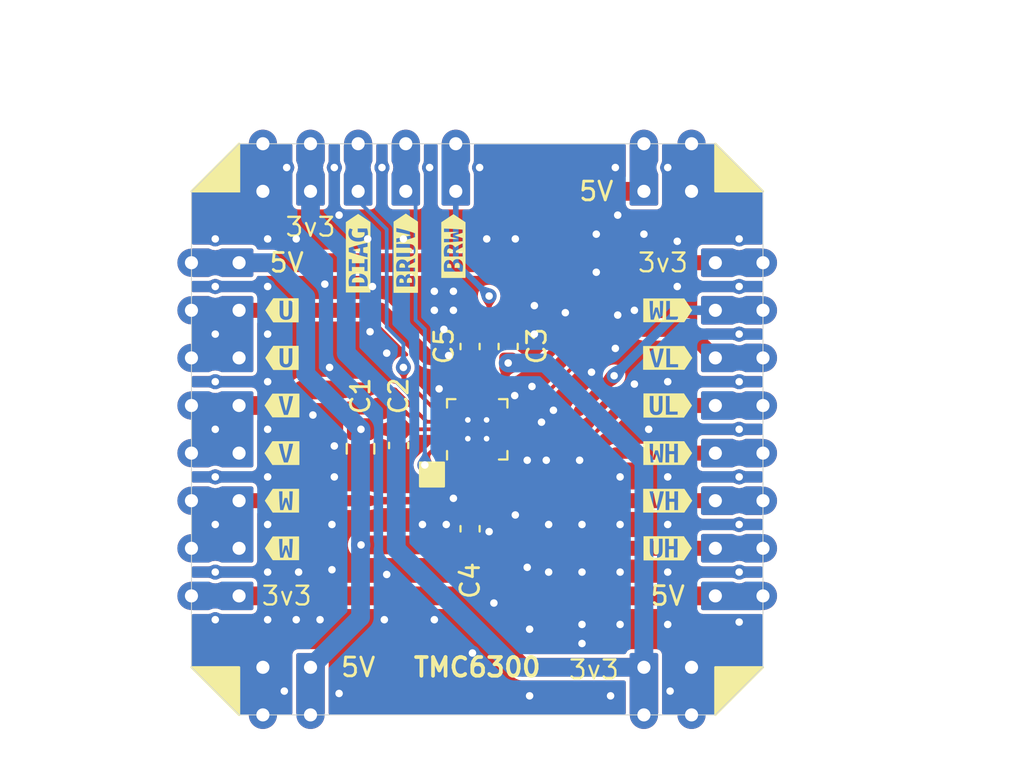
<source format=kicad_pcb>
(kicad_pcb (version 20240108) (generator "pcbnew") (generator_version "8.0")
  (layers (0 "F.Cu" signal) (31 "B.Cu" signal) (34 "B.Paste" user) (35 "F.Paste" user) (36 "B.SilkS" user "B.Silkscreen") (37 "F.SilkS" user "F.Silkscreen") (38 "B.Mask" user) (39 "F.Mask" user) (44 "Edge.Cuts" user))
  (property "COMMIT_DATE_LONG" "YYYY-MM-DD HH:MM:SS TZ")
  (property "COMMIT_HASH" "deadbeef")
  (property "RELEASE_VERSION" "v#.#")
  (net 0 "")
  (net 1 "GND")
  (net 2 "/TMC_UH")
  (net 3 "/TMC_VH")
  (net 4 "/TMC_WH")
  (net 5 "/TMC_UL")
  (net 6 "/TMC_WL")
  (net 7 "/TMC_VL")
  (net 8 "/TMC_DIAG")
  (net 9 "+5V")
  (net 10 "+3V3")
  (net 11 "Net-(IC1-VCP)")
  (net 12 "Net-(IC1-1V8OUT)")
  (net 13 "Net-(IC1-V)")
  (net 14 "Net-(IC1-U)")
  (net 16 "Net-(IC1-W)")
  (net 17 "Net-(IC1-BRW)")
  (net 18 "Net-(IC1-BRUV)")
  (footprint "Library:kawashima_TestPoint_THTPad_D1.5mm_Drill0.7mm" (layer "F.Cu") (at 120.65 109.22)
    (property "Reference" "TP1" (hide yes))
    (property "Value" "TestPoint" (hide yes))
  )
  (footprint "Library:kawashima_TestPoint_THTPad_D1.5mm_Drill0.7mm" (layer "F.Cu") (at 114.3 130.81)
    (property "Reference" "W2" (hide yes))
    (property "Value" "W" (hide yes))
  )
  (footprint "Library:kawashima_TestPoint_THTPad_D1.5mm_Drill0.7mm" (layer "F.Cu") (at 139.7 123.19)
    (property "Reference" "UL2" (hide yes))
    (property "Value" "TestPoint" (hide yes))
  )
  (footprint "Library:kawashima_TestPoint_THTPad_D1.5mm_Drill0.7mm" (layer "F.Cu") (at 142.24 130.81)
    (property "Reference" "UH1" (hide yes))
    (property "Value" "TestPoint" (hide yes))
  )
  (footprint "kibuzzard-6702206A" (layer "F.Cu") (at 137.16 118.11)
    (property "Reference" "kibuzzard-6702206A" (hide yes))
    (property "Value" "G***" (hide yes))
  )
  (footprint "kibuzzard-67022043" (layer "F.Cu") (at 137.16 125.73)
    (property "Reference" "kibuzzard-67022043" (hide yes))
    (property "Value" "G***" (hide yes))
  )
  (footprint "Library:kawashima_TestPoint_THTPad_D1.5mm_Drill0.7mm" (layer "F.Cu") (at 114.3 120.65)
    (property "Reference" "U2" (hide yes))
    (property "Value" "U" (hide yes))
  )
  (footprint "Library:kawashima_TestPoint_THTPad_D1.5mm_Drill0.7mm" (layer "F.Cu") (at 135.89 139.7)
    (property "Reference" "3V3" (hide yes))
    (property "Value" "TestPoint" (hide yes))
  )
  (footprint "Library:kawashima_TestPoint_THTPad_D1.5mm_Drill0.7mm" (layer "F.Cu") (at 114.3 128.27)
    (property "Reference" "W4" (hide yes))
    (property "Value" "W" (hide yes))
  )
  (footprint "kibuzzard-67022038" (layer "F.Cu") (at 137.16 128.27)
    (property "Reference" "kibuzzard-67022038" (hide yes))
    (property "Value" "G***" (hide yes))
  )
  (footprint "Library:kawashima_TestPoint_THTPad_D1.5mm_Drill0.7mm" (layer "F.Cu") (at 142.24 115.57)
    (property "Reference" "3V4" (hide yes))
    (property "Value" "TestPoint" (hide yes))
  )
  (footprint "Library:kawashima_TestPoint_THTPad_D1.5mm_Drill0.7mm" (layer "F.Cu") (at 111.76 123.19)
    (property "Reference" "V1" (hide yes))
    (property "Value" "V" (hide yes))
  )
  (footprint "Library:kawashima_TestPoint_THTPad_D1.5mm_Drill0.7mm" (layer "F.Cu") (at 142.24 118.11)
    (property "Reference" "WL1" (hide yes))
    (property "Value" "TestPoint" (hide yes))
  )
  (footprint "Library:kawashima_TestPoint_THTPad_D1.5mm_Drill0.7mm" (layer "F.Cu") (at 142.24 120.65)
    (property "Reference" "VL1" (hide yes))
    (property "Value" "TestPoint" (hide yes))
  )
  (footprint "Library:kawashima_TestPoint_THTPad_D1.5mm_Drill0.7mm" (layer "F.Cu") (at 115.57 111.76)
    (property "Reference" "GND6" (hide yes))
    (property "Value" "TestPoint" (hide yes))
  )
  (footprint "Library:kawashima_TestPoint_THTPad_D1.5mm_Drill0.7mm" (layer "F.Cu") (at 111.76 130.81)
    (property "Reference" "W1" (hide yes))
    (property "Value" "W" (hide yes))
  )
  (footprint "Library:kawashima_TestPoint_THTPad_D1.5mm_Drill0.7mm" (layer "F.Cu") (at 138.43 109.22)
    (property "Reference" "GND7" (hide yes))
    (property "Value" "TestPoint" (hide yes))
  )
  (footprint "Library:kawashima_TestPoint_THTPad_D1.5mm_Drill0.7mm" (layer "F.Cu") (at 142.24 125.73)
    (property "Reference" "WH1" (hide yes))
    (property "Value" "TestPoint" (hide yes))
  )
  (footprint "Library:kawashima_TestPoint_THTPad_D1.5mm_Drill0.7mm" (layer "F.Cu") (at 114.3 123.19)
    (property "Reference" "V2" (hide yes))
    (property "Value" "V" (hide yes))
  )
  (footprint "Library:kawashima_TestPoint_THTPad_D1.5mm_Drill0.7mm" (layer "F.Cu") (at 139.7 130.81)
    (property "Reference" "UH2" (hide yes))
    (property "Value" "TestPoint" (hide yes))
  )
  (footprint "Library:kawashima_TestPoint_THTPad_D1.5mm_Drill0.7mm" (layer "F.Cu") (at 139.7 125.73)
    (property "Reference" "WH2" (hide yes))
    (property "Value" "TestPoint" (hide yes))
  )
  (footprint "Library:kawashima_TestPoint_THTPad_D1.5mm_Drill0.7mm" (layer "F.Cu") (at 114.3 118.11)
    (property "Reference" "U4" (hide yes))
    (property "Value" "U" (hide yes))
  )
  (footprint "Library:kawashima_TestPoint_THTPad_D1.5mm_Drill0.7mm" (layer "F.Cu") (at 138.43 139.7)
    (property "Reference" "GND1" (hide yes))
    (property "Value" "TestPoint" (hide yes))
  )
  (footprint "Library:kawashima_TestPoint_THTPad_D1.5mm_Drill0.7mm" (layer "F.Cu") (at 114.3 133.35)
    (property "Reference" "3V6" (hide yes))
    (property "Value" "TestPoint" (hide yes))
  )
  (footprint "Library:kawashima_TestPoint_THTPad_D1.5mm_Drill0.7mm" (layer "F.Cu") (at 111.76 128.27)
    (property "Reference" "W3" (hide yes))
    (property "Value" "W" (hide yes))
  )
  (footprint "Library:kawashima_TestPoint_THTPad_D1.5mm_Drill0.7mm" (layer "F.Cu") (at 139.7 128.27)
    (property "Reference" "VH2" (hide yes))
    (property "Value" "TestPoint" (hide yes))
  )
  (footprint "Library:kawashima_TestPoint_THTPad_D1.5mm_Drill0.7mm" (layer "F.Cu") (at 139.7 120.65)
    (property "Reference" "VL2" (hide yes))
    (property "Value" "TestPoint" (hide yes))
  )
  (footprint "Library:kawashima_TestPoint_THTPad_D1.5mm_Drill0.7mm" (layer "F.Cu") (at 120.65 111.76)
    (property "Reference" "TP3" (hide yes))
    (property "Value" "TestPoint" (hide yes))
  )
  (footprint "Capacitor_SMD:C_0603_1608Metric_Pad1.08x0.95mm_HandSolder" (layer "F.Cu") (at 126.619 129.7675 90)
    (property "Reference" "C4")
    (property "Value" "0.1uF")
  )
  (footprint "Library:kawashima_TestPoint_THTPad_D1.5mm_Drill0.7mm" (layer "F.Cu") (at 135.89 109.22)
    (property "Reference" "5V2" (hide yes))
    (property "Value" "TestPoint" (hide yes))
  )
  (footprint "kibuzzard-6701E87B" (layer "F.Cu") (at 116.586 123.19)
    (property "Reference" "kibuzzard-6701E87B" (hide yes))
    (property "Value" "G***" (hide yes))
  )
  (footprint "Library:kawashima_TestPoint_THTPad_D1.5mm_Drill0.7mm" (layer "F.Cu") (at 125.857 111.76)
    (property "Reference" "TMC_DIAG2" (hide yes))
    (property "Value" "TestPoint" (hide yes))
  )
  (footprint "Capacitor_SMD:C_0603_1608Metric_Pad1.08x0.95mm_HandSolder" (layer "F.Cu") (at 126.619 120.0415 90)
    (property "Reference" "C5")
    (property "Value" "0.1uF")
  )
  (footprint "kibuzzard-67032626" (layer "F.Cu") (at 125.73 114.681 90)
    (property "Reference" "kibuzzard-67032626" (hide yes))
    (property "Value" "G***" (hide yes))
  )
  (footprint "Library:kawashima_TestPoint_THTPad_D1.5mm_Drill0.7mm" (layer "F.Cu") (at 111.76 118.11)
    (property "Reference" "U3" (hide yes))
    (property "Value" "U" (hide yes))
  )
  (footprint "kibuzzard-6702204D" (layer "F.Cu") (at 137.16 123.19)
    (property "Reference" "kibuzzard-6702204D" (hide yes))
    (property "Value" "G***" (hide yes))
  )
  (footprint "Library:kawashima_TestPoint_THTPad_D1.5mm_Drill0.7mm" (layer "F.Cu") (at 142.24 133.35)
    (property "Reference" "5V3" (hide yes))
    (property "Value" "TestPoint" (hide yes))
  )
  (footprint "Library:kawashima_TestPoint_THTPad_D1.5mm_Drill0.7mm" (layer "F.Cu") (at 111.76 115.57)
    (property "Reference" "5V1" (hide yes))
    (property "Value" "TestPoint" (hide yes))
  )
  (footprint "Library:kawashima_TestPoint_THTPad_D1.5mm_Drill0.7mm" (layer "F.Cu") (at 114.3 125.73)
    (property "Reference" "V4" (hide yes))
    (property "Value" "V" (hide yes))
  )
  (footprint "Capacitor_SMD:C_0603_1608Metric_Pad1.08x0.95mm_HandSolder" (layer "F.Cu") (at 128.651 120.0415 90)
    (property "Reference" "C3")
    (property "Value" "0.1uF")
  )
  (footprint "Library:kawashima_TestPoint_THTPad_D1.5mm_Drill0.7mm" (layer "F.Cu") (at 139.7 115.57)
    (property "Reference" "3V8" (hide yes))
    (property "Value" "TestPoint" (hide yes))
  )
  (footprint "kibuzzard-6702202C" (layer "F.Cu") (at 137.16 130.81)
    (property "Reference" "kibuzzard-6702202C" (hide yes))
    (property "Value" "G***" (hide yes))
  )
  (footprint "Modified:QFN-20-1EP_3x3mm_P0.4mm_EP1.65x1.65mm_ThermalVias_LargerViaHoles" (layer "F.Cu") (at 127 124.46 90)
    (property "Reference" "IC1" (hide yes))
    (property "Value" "TMC6300" (hide yes))
  )
  (footprint "Library:kawashima_TestPoint_THTPad_D1.5mm_Drill0.7mm" (layer "F.Cu") (at 115.57 109.22)
    (property "Reference" "GND5" (hide yes))
    (property "Value" "TestPoint" (hide yes))
  )
  (footprint "Library:kawashima_TestPoint_THTPad_D1.5mm_Drill0.7mm" (layer "F.Cu") (at 138.43 111.76)
    (property "Reference" "GND8" (hide yes))
    (property "Value" "TestPoint" (hide yes))
  )
  (footprint "kibuzzard-6701E882" (layer "F.Cu") (at 116.586 130.81)
    (property "Reference" "kibuzzard-6701E882" (hide yes))
    (property "Value" "G***" (hide yes))
  )
  (footprint "Library:kawashima_TestPoint_THTPad_D1.5mm_Drill0.7mm" (layer "F.Cu") (at 139.7 133.35)
    (property "Reference" "5V8" (hide yes))
    (property "Value" "TestPoint" (hide yes))
  )
  (footprint "Library:kawashima_TestPoint_THTPad_D1.5mm_Drill0.7mm" (layer "F.Cu") (at 111.76 125.73)
    (property "Reference" "V3" (hide yes))
    (property "Value" "V" (hide yes))
  )
  (footprint "kibuzzard-67022085" (layer "F.Cu") (at 137.16 120.65)
    (property "Reference" "kibuzzard-67022085" (hide yes))
    (property "Value" "G***" (hide yes))
  )
  (footprint "Library:kawashima_TestPoint_THTPad_D1.5mm_Drill0.7mm" (layer "F.Cu") (at 118.11 111.76)
    (property "Reference" "3V7" (hide yes))
    (property "Value" "TestPoint" (hide yes))
  )
  (footprint "Library:kawashima_TestPoint_THTPad_D1.5mm_Drill0.7mm" (layer "F.Cu") (at 142.24 128.27)
    (property "Reference" "VH1" (hide yes))
    (property "Value" "TestPoint" (hide yes))
  )
  (footprint "Library:kawashima_TestPoint_THTPad_D1.5mm_Drill0.7mm" (layer "F.Cu") (at 115.57 139.7)
    (property "Reference" "GND4" (hide yes))
    (property "Value" "TestPoint" (hide yes))
  )
  (footprint "Library:kawashima_TestPoint_THTPad_D1.5mm_Drill0.7mm" (layer "F.Cu") (at 118.11 139.7)
    (property "Reference" "5V4" (hide yes))
    (property "Value" "TestPoint" (hide yes))
  )
  (footprint "kibuzzard-6701E87B" (layer "F.Cu") (at 116.586 125.73)
    (property "Reference" "kibuzzard-6701E87B" (hide yes))
    (property "Value" "G***" (hide yes))
  )
  (footprint "kibuzzard-670234D9" (layer "F.Cu") (at 120.65 115.062 90)
    (property "Reference" "kibuzzard-670234D9" (hide yes))
    (property "Value" "G***" (hide yes))
  )
  (footprint "Library:kawashima_TestPoint_THTPad_D1.5mm_Drill0.7mm" (layer "F.Cu") (at 123.19 111.76)
    (property "Reference" "TP2" (hide yes))
    (property "Value" "TestPoint" (hide yes))
  )
  (footprint "Library:kawashima_TestPoint_THTPad_D1.5mm_Drill0.7mm" (layer "F.Cu") (at 135.89 111.76)
    (property "Reference" "5V7" (hide yes))
    (property "Value" "TestPoint" (hide yes))
  )
  (footprint "kibuzzard-6701E882" (layer "F.Cu") (at 116.586 128.27)
    (property "Reference" "kibuzzard-6701E882" (hide yes))
    (property "Value" "G***" (hide yes))
  )
  (footprint "Library:kawashima_TestPoint_THTPad_D1.5mm_Drill0.7mm" (layer "F.Cu") (at 118.11 109.22)
    (property "Reference" "3V1" (hide yes))
    (property "Value" "TestPoint" (hide yes))
  )
  (footprint "kibuzzard-6701E86E" (layer "F.Cu") (at 116.586 118.11)
    (property "Reference" "kibuzzard-6701E86E" (hide yes))
    (property "Value" "G***" (hide yes))
  )
  (footprint "Library:kawashima_TestPoint_THTPad_D1.5mm_Drill0.7mm" (layer "F.Cu") (at 135.89 137.16)
    (property "Reference" "3V5" (hide yes))
    (property "Value" "TestPoint" (hide yes))
  )
  (footprint "Capacitor_SMD:C_0805_2012Metric_Pad1.18x1.45mm_HandSolder" (layer "F.Cu") (at 120.777 125.4975 -90)
    (property "Reference" "C1")
    (property "Value" "22uF")
  )
  (footprint "Library:kawashima_TestPoint_THTPad_D1.5mm_Drill0.7mm" (layer "F.Cu") (at 138.43 137.16)
    (property "Reference" "GND2" (hide yes))
    (property "Value" "TestPoint" (hide yes))
  )
  (footprint "kibuzzard-6701E86E" (layer "F.Cu") (at 116.586 120.65)
    (property "Reference" "kibuzzard-6701E86E" (hide yes))
    (property "Value" "G***" (hide yes))
  )
  (footprint "Library:kawashima_TestPoint_THTPad_D1.5mm_Drill0.7mm" (layer "F.Cu") (at 125.857 109.22)
    (property "Reference" "TMC_DIAG1" (hide yes))
    (property "Value" "TestPoint" (hide yes))
  )
  (footprint "Capacitor_SMD:C_0603_1608Metric_Pad1.08x0.95mm_HandSolder" (layer "F.Cu") (at 122.809 125.3225 -90)
    (property "Reference" "C2")
    (property "Value" "0.1uF")
  )
  (footprint "Library:kawashima_TestPoint_THTPad_D1.5mm_Drill0.7mm" (layer "F.Cu") (at 123.19 109.22)
    (property "Reference" "TP4" (hide yes))
    (property "Value" "TestPoint" (hide yes))
  )
  (footprint "Library:kawashima_TestPoint_THTPad_D1.5mm_Drill0.7mm" (layer "F.Cu") (at 142.24 123.19)
    (property "Reference" "UL1" (hide yes))
    (property "Value" "TestPoint" (hide yes))
  )
  (footprint "Library:kawashima_TestPoint_THTPad_D1.5mm_Drill0.7mm" (layer "F.Cu") (at 111.76 120.65 90)
    (property "Reference" "U1" (hide yes))
    (property "Value" "U" (hide yes))
  )
  (footprint "Library:kawashima_TestPoint_THTPad_D1.5mm_Drill0.7mm" (layer "F.Cu") (at 111.76 133.35)
    (property "Reference" "3V2" (hide yes))
    (property "Value" "TestPoint" (hide yes))
  )
  (footprint "Library:kawashima_TestPoint_THTPad_D1.5mm_Drill0.7mm" (layer "F.Cu") (at 139.7 118.11)
    (property "Reference" "WL2" (hide yes))
    (property "Value" "TestPoint" (hide yes))
  )
  (footprint "Library:kawashima_TestPoint_THTPad_D1.5mm_Drill0.7mm" (layer "F.Cu") (at 115.57 137.16)
    (property "Reference" "GND3" (hide yes))
    (property "Value" "TestPoint" (hide yes))
  )
  (footprint "Library:kawashima_TestPoint_THTPad_D1.5mm_Drill0.7mm" (layer "F.Cu") (at 114.3 115.57)
    (property "Reference" "5V6" (hide yes))
    (property "Value" "TestPoint" (hide yes))
  )
  (footprint "Library:kawashima_TestPoint_THTPad_D1.5mm_Drill0.7mm" (layer "F.Cu") (at 118.11 137.16)
    (property "Reference" "5V5" (hide yes))
    (property "Value" "TestPoint" (hide yes))
  )
  (footprint "kibuzzard-67032619" (layer "F.Cu") (at 123.19 115.062 90)
    (property "Reference" "kibuzzard-67032619" (hide yes))
    (property "Value" "G***" (hide yes))
  )
  (gr_poly (pts (xy 111.76 137.16) (xy 114.3 137.16) (xy 114.3 139.7)) (stroke (width 0.12)) (fill solid) (layer "F.SilkS"))
  (gr_poly (pts (xy 139.7 109.22) (xy 139.7 111.76) (xy 142.24 111.76)) (stroke (width 0.12)) (fill solid) (layer "F.SilkS"))
  (gr_poly (pts (xy 139.7 139.7) (xy 139.7 137.16) (xy 142.24 137.16)) (stroke (width 0.12)) (fill solid) (layer "F.SilkS"))
  (gr_poly (pts (xy 111.76 111.76) (xy 114.3 111.76) (xy 114.3 109.22)) (stroke (width 0.12)) (fill solid) (layer "F.SilkS"))
  (gr_rect (start 123.952 126.238) (end 125.222 127.508) (stroke (width 0.12)) (fill solid) (layer "F.SilkS"))
  (gr_line (start 111.76 137.16) (end 114.3 139.7) (stroke (width 0.05)) (layer "Edge.Cuts"))
  (gr_line (start 114.3 109.22) (end 111.76 111.76) (stroke (width 0.05)) (layer "Edge.Cuts"))
  (gr_line (start 114.3 109.22) (end 139.7 109.22) (stroke (width 0.05)) (layer "Edge.Cuts"))
  (gr_line (start 142.24 111.76) (end 142.24 137.16) (stroke (width 0.05)) (layer "Edge.Cuts"))
  (gr_line (start 142.24 137.16) (end 139.7 139.7) (stroke (width 0.05)) (layer "Edge.Cuts"))
  (gr_line (start 139.7 139.7) (end 114.3 139.7) (stroke (width 0.05)) (layer "Edge.Cuts"))
  (gr_line (start 142.24 111.76) (end 139.7 109.22) (stroke (width 0.05)) (layer "Edge.Cuts"))
  (gr_line (start 111.76 137.16) (end 111.76 111.76) (stroke (width 0.05)) (layer "Edge.Cuts"))
  (gr_text "5V" (at 120.65 137.16 0) (layer "F.SilkS") (effects (font (size 1 1))))
  (gr_text "3v3" (at 116.84 133.35 0) (layer "F.SilkS") (effects (font (size 1 1) (thickness 0.125))))
  (gr_text "5V" (at 133.35 111.76 0) (layer "F.SilkS") (effects (font (size 1 1))))
  (gr_text "5V" (at 116.84 115.57 0) (layer "F.SilkS") (effects (font (size 1 1))))
  (gr_text "TMC6300" (at 127 137.16 0) (layer "F.SilkS") (effects (font (size 1 1) (thickness 0.2) (bold yes))))
  (gr_text "5V" (at 137.16 133.35 0) (layer "F.SilkS") (effects (font (size 1 1))))
  (gr_text "3v3" (at 136.906 115.57 0) (layer "F.SilkS") (effects (font (size 1 1) (thickness 0.125))))
  (gr_text "3v3" (at 118.11 113.665 0) (layer "F.SilkS") (effects (font (size 1 1) (thickness 0.125))))
  (gr_text "3v3" (at 133.223 137.287 0) (layer "F.SilkS") (effects (font (size 1 1) (thickness 0.125))))
  (segment (start 126.6 122.26) (end 126.6 123.01) (width 0.2) (layer "F.Cu") (net 1))
  (via (at 121.412 116.84) (size 0.8) (drill 0.4) (layers "F.Cu" "B.Cu") (net 1))
  (via (at 119.634 113.03) (size 0.8) (drill 0.4) (layers "F.Cu" "B.Cu") (net 1))
  (via (at 115.824 119.38) (size 0.8) (drill 0.4) (layers "F.Cu" "B.Cu") (net 1))
  (via (at 129.921 122.174) (size 0.8) (drill 0.4) (layers "F.Cu" "B.Cu") (net 1))
  (via (at 117.348 114.3) (size 0.8) (drill 0.4) (layers "F.Cu" "B.Cu") (net 1))
  (via (at 137.16 134.874) (size 0.8) (drill 0.4) (layers "F.Cu" "B.Cu") (net 1))
  (via (at 118.618 134.62) (size 0.8) (drill 0.4) (layers "F.Cu" "B.Cu") (net 1))
  (via (at 137.16 129.54) (size 0.8) (drill 0.4) (layers "F.Cu" "B.Cu") (net 1))
  (via (at 132.588 135.89) (size 0.8) (drill 0.4) (layers "F.Cu" "B.Cu") (net 1))
  (via (at 130.048 117.86) (size 0.8) (drill 0.4) (layers "F.Cu" "B.Cu") (net 1))
  (via (at 115.824 127) (size 0.8) (drill 0.4) (layers "F.Cu" "B.Cu") (net 1))
  (via (at 140.97 127) (size 0.8) (drill 0.4) (layers "F.Cu" "B.Cu") (net 1))
  (via (at 113.03 114.3) (size 0.8) (drill 0.4) (layers "F.Cu" "B.Cu") (net 1))
  (via (at 115.824 124.46) (size 0.8) (drill 0.4) (layers "F.Cu" "B.Cu") (net 1))
  (via (at 129.794 138.684) (size 0.8) (drill 0.4) (layers "F.Cu" "B.Cu") (net 1))
  (via (at 131.064 123.444) (size 0.8) (drill 0.4) (layers "F.Cu" "B.Cu") (net 1))
  (via (at 125.476 120.523) (size 0.8) (drill 0.4) (layers "F.Cu" "B.Cu") (net 1))
  (via (at 125.349 129.54) (size 0.8) (drill 0.4) (layers "F.Cu" "B.Cu") (net 1))
  (via (at 133.35 114.046) (size 0.8) (drill 0.4) (layers "F.Cu" "B.Cu") (net 1))
  (via (at 135.382 122.047) (size 0.8) (drill 0.4) (layers "F.Cu" "B.Cu") (net 1))
  (via (at 119.126 121.158) (size 0.8) (drill 0.4) (layers "F.Cu" "B.Cu") (net 1))
  (via (at 116.713 138.43) (size 0.8) (drill 0.4) (layers "F.Cu" "B.Cu") (net 1))
  (via (at 137.287 138.43) (size 0.8) (drill 0.4) (layers "F.Cu" "B.Cu") (net 1))
  (via (at 140.97 129.54) (size 0.8) (drill 0.4) (layers "F.Cu" "B.Cu") (net 1))
  (via (at 134.62 127) (size 0.8) (drill 0.4) (layers "F.Cu" "B.Cu") (net 1))
  (via (at 124.714 118.11) (size 0.8) (drill 0.4) (layers "F.Cu" "B.Cu") (net 1))
  (via (at 118.237 123.698) (size 0.8) (drill 0.4) (layers "F.Cu" "B.Cu") (net 1))
  (via (at 119.253 131.953) (size 0.8) (drill 0.4) (layers "F.Cu" "B.Cu") (net 1))
  (via (at 119.38 125.349) (size 0.8) (drill 0.4) (layers "F.Cu" "B.Cu") (net 1))
  (via (at 133.096 121.412) (size 0.8) (drill 0.4) (layers "F.Cu" "B.Cu") (net 1))
  (via (at 132.588 132.08) (size 0.8) (drill 0.4) (layers "F.Cu" "B.Cu") (net 1))
  (via (at 115.824 132.08) (size 0.8) (drill 0.4) (layers "F.Cu" "B.Cu") (net 1))
  (via (at 134.366 110.49) (size 0.8) (drill 0.4) (layers "F.Cu" "B.Cu") (net 1))
  (via (at 113.03 116.84) (size 0.8) (drill 0.4) (layers "F.Cu" "B.Cu") (net 1))
  (via (at 137.16 127) (size 0.8) (drill 0.4) (layers "F.Cu" "B.Cu") (net 1))
  (via (at 125.222 119.126) (size 0.8) (drill 0.4) (layers "F.Cu" "B.Cu") (net 1))
  (via (at 122.174 132.207) (size 0.8) (drill 0.4) (layers "F.Cu" "B.Cu") (net 1))
  (via (at 113.03 127) (size 0.8) (drill 0.4) (layers "F.Cu" "B.Cu") (net 1))
  (via (at 115.824 114.3) (size 0.8) (drill 0.4) (layers "F.Cu" "B.Cu") (net 1))
  (via (at 133.35 116.078) (size 0.8) (drill 0.4) (layers "F.Cu" "B.Cu") (net 1))
  (via (at 136.144 124.46) (size 0.8) (drill 0.4) (layers "F.Cu" "B.Cu") (net 1))
  (via (at 124.968 122.301) (size 0.8) (drill 0.4) (layers "F.Cu" "B.Cu") (net 1))
  (via (at 132.588 129.54) (size 0.8) (drill 0.4) (layers "F.Cu" "B.Cu") (net 1))
  (via (at 113.03 134.62) (size 0.8) (drill 0.4) (layers "F.Cu" "B.Cu") (net 1))
  (via (at 130.048 119.38) (size 0.8) (drill 0.4) (layers "F.Cu" "B.Cu") (net 1))
  (via (at 126.746 136.398) (size 0.8) (drill 0.4) (layers "F.Cu" "B.Cu") (net 1))
  (via (at 137.16 121.92) (size 0.8) (drill 0.4) (layers "F.Cu" "B.Cu") (net 1))
  (via (at 125.73 117.094) (size 0.8) (drill 0.4) (layers "F.Cu" "B.Cu") (net 1))
  (via (at 134.62 134.874) (size 0.8) (drill 0.4) (layers "F.Cu" "B.Cu") (net 1))
  (via (at 130.683 126.111) (size 0.8) (drill 0.4) (layers "F.Cu" "B.Cu") (net 1))
  (via (at 121.92 110.49) (size 0.8) (drill 0.4) (layers "F.Cu" "B.Cu") (net 1))
  (via (at 140.97 116.84) (size 0.8) (drill 0.4) (layers "F.Cu" "B.Cu") (net 1))
  (via (at 115.824 134.62) (size 0.8) (drill 0.4) (layers "F.Cu" "B.Cu") (net 1))
  (via (at 119.38 110.49) (size 0.8) (drill 0.4) (layers "F.Cu" "B.Cu") (net 1))
  (via (at 137.668 116.84) (size 0.8) (drill 0.4) (layers "F.Cu" "B.Cu") (net 1))
  (via (at 125.73 118.11) (size 0.8) (drill 0.4) (layers "F.Cu" "B.Cu") (net 1))
  (via (at 117.475 132.08) (size 0.8) (drill 0.4) (layers "F.Cu" "B.Cu") (net 1))
  (via (at 129.794 135.128) (size 0.8) (drill 0.4) (layers "F.Cu" "B.Cu") (net 1))
  (via (at 129.032 114.3) (size 0.8) (drill 0.4) (layers "F.Cu" "B.Cu") (net 1))
  (via (at 140.97 134.747) (size 0.8) (drill 0.4) (layers "F.Cu" "B.Cu") (net 1))
  (via (at 137.668 114.427) (size 0.8) (drill 0.4) (layers "F.Cu" "B.Cu") (net 1))
  (via (at 134.493 113.03) (size 0.8) (drill 0.4) (layers "F.Cu" "B.Cu") (net 1))
  (via (at 119.634 138.557) (size 0.8) (drill 0.4) (layers "F.Cu" "B.Cu") (net 1))
  (via (at 137.16 110.49) (size 0.8) (drill 0.4) (layers "F.Cu" "B.Cu") (net 1))
  (via (at 127.508 114.3) (size 0.8) (drill 0.4) (layers "F.Cu" "B.Cu") (net 1))
  (via (at 140.97 121.92) (size 0.8) (drill 0.4) (layers "F.Cu" "B.Cu") (net 1))
  (via (at 129 122.66) (size 0.8) (drill 0.4) (layers "F.Cu" "B.Cu") (net 1))
  (via (at 124.714 117.094) (size 0.8) (drill 0.4) (layers "F.Cu" "B.Cu") (net 1))
  (via (at 132.461 126.111) (size 0.8) (drill 0.4) (layers "F.Cu" "B.Cu") (net 1))
  (via (at 113.03 132.08) (size 0.8) (drill 0.4) (layers "F.Cu" "B.Cu") (net 1))
  (via (at 115.824 121.92) (size 0.8) (drill 0.4) (layers "F.Cu" "B.Cu") (net 1))
  (via (at 121.158 114.3) (size 0.8) (drill 0.4) (layers "F.Cu" "B.Cu") (net 1))
  (via (at 122.047 134.62) (size 0.8) (drill 0.4) (layers "F.Cu" "B.Cu") (net 1))
  (via (at 115.824 116.84) (size 0.8) (drill 0.4) (layers "F.Cu" "B.Cu") (net 1))
  (via (at 118.872 116.713) (size 0.8) (drill 0.4) (layers "F.Cu" "B.Cu") (net 1))
  (via (at 131.699 118.237) (size 0.8) (drill 0.4) (layers "F.Cu" "B.Cu") (net 1))
  (via (at 124.46 110.49) (size 0.8) (drill 0.4) (layers "F.Cu" "B.Cu") (net 1))
  (via (at 134.112 138.684) (size 0.8) (drill 0.4) (layers "F.Cu" "B.Cu") (net 1))
  (via (at 134.366 120.142) (size 0.8) (drill 0.4) (layers "F.Cu" "B.Cu") (net 1))
  (via (at 125.73 128.143) (size 0.8) (drill 0.4) (layers "F.Cu" "B.Cu") (net 1))
  (via (at 134.493 118.364) (size 0.8) (drill 0.4) (layers "F.Cu" "B.Cu") (net 1))
  (via (at 134.62 132.08) (size 0.8) (drill 0.4) (layers "F.Cu" "B.Cu") (net 1))
  (via (at 130.429 124.079) (size 0.8) (drill 0.4) (layers "F.Cu" "B.Cu") (net 1))
  (via (at 132.588 134.874) (size 0.8) (drill 0.4) (layers "F.Cu" "B.Cu") (net 1))
  (via (at 124.079 129.54) (size 0.8) (drill 0.4) (layers "F.Cu" "B.Cu") (net 1))
  (via (at 140.97 132.08) (size 0.8) (drill 0.4) (layers "F.Cu" "B.Cu") (net 1))
  (via (at 130.81 132.08) (size 0.8) (drill 0.4) (layers "F.Cu" "B.Cu") (net 1))
  (via (at 130.81 129.54) (size 0.8) (drill 0.4) (layers "F.Cu" "B.Cu") (net 1))
  (via (at 129.667 126.111) (size 0.8) (drill 0.4) (layers "F.Cu" "B.Cu") (net 1))
  (via (at 140.97 124.46) (size 0.8) (drill 0.4) (layers "F.Cu" "B.Cu") (net 1))
  (via (at 122.174 120.396) (size 0.8) (drill 0.4) (layers "F.Cu" "B.Cu") (net 1))
  (via (at 124.714 134.62) (size 0.8) (drill 0.4) (layers "F.Cu" "B.Cu") (net 1))
  (via (at 135.89 114.046) (size 0.8) (drill 0.4) (layers "F.Cu" "B.Cu") (net 1))
  (via (at 119.38 127) (size 0.8) (drill 0.4) (layers "F.Cu" "B.Cu") (net 1))
  (via (at 119.253 129.54) (size 0.8) (drill 0.4) (layers "F.Cu" "B.Cu") (net 1))
  (via (at 140.97 119.38) (size 0.8) (drill 0.4) (layers "F.Cu" "B.Cu") (net 1))
  (via (at 115.824 129.54) (size 0.8) (drill 0.4) (layers "F.Cu" "B.Cu") (net 1))
  (via (at 127.635 129.921) (size 0.8) (drill 0.4) (layers "F.Cu" "B.Cu") (net 1))
  (via (at 129.032 129.032) (size 0.8) (drill 0.4) (layers "F.Cu" "B.Cu") (net 1))
  (via (at 123.063 114.3) (size 0.8) (drill 0.4) (layers "F.Cu" "B.Cu") (net 1))
  (via (at 140.97 114.3) (size 0.8) (drill 0.4) (layers "F.Cu" "B.Cu") (net 1))
  (via (at 113.03 121.92) (size 0.8) (drill 0.4) (layers "F.Cu" "B.Cu") (net 1))
  (via (at 137.16 132.08) (size 0.8) (drill 0.4) (layers "F.Cu" "B.Cu") (net 1))
  (via (at 134.62 129.54) (size 0.8) (drill 0.4) (layers "F.Cu" "B.Cu") (net 1))
  (via (at 127.127 110.49) (size 0.8) (drill 0.4) (layers "F.Cu" "B.Cu") (net 1))
  (via (at 121.285 119.253) (size 0.8) (drill 0.4) (layers "F.Cu" "B.Cu") (net 1))
  (via (at 116.84 110.49) (size 0.8) (drill 0.4) (layers "F.Cu" "B.Cu") (net 1))
  (via (at 129.667 131.826) (size 0.8) (drill 0.4) (layers "F.Cu" "B.Cu") (net 1))
  (via (at 135.382 118.11) (size 0.8) (drill 0.4) (layers "F.Cu" "B.Cu") (net 1))
  (via (at 127.889 133.731) (size 0.8) (drill 0.4) (layers "F.Cu" "B.Cu") (net 1))
  (via (at 117.348 134.62) (size 0.8) (drill 0.4) (layers "F.Cu" "B.Cu") (net 1))
  (segment (start 128.016 128.27) (end 127 127.254) (width 0.2) (layer "F.Cu") (net 2))
  (segment (start 131.445 130.81) (end 129.667 130.81) (width 0.4) (layer "F.Cu") (net 2))
  (segment (start 128.905 130.048) (end 128.016 129.159) (width 0.2) (layer "F.Cu") (net 2))
  (segment (start 128.016 129.159) (end 128.016 128.27) (width 0.2) (layer "F.Cu") (net 2))
  (segment (start 133.858 130.81) (end 139.7 130.81) (width 0.8) (layer "F.Cu") (net 2))
  (segment (start 133.858 130.81) (end 131.445 130.81) (width 0.6) (layer "F.Cu") (net 2))
  (segment (start 129.667 130.81) (end 128.905 130.048) (width 0.4) (layer "F.Cu") (net 2))
  (segment (start 127 127.254) (end 127 125.91) (width 0.2) (layer "F.Cu") (net 2))
  (segment (start 128.905 128.27) (end 127.4 126.765) (width 0.2) (layer "F.Cu") (net 3))
  (segment (start 133.731 128.27) (end 131.445 128.27) (width 0.6) (layer "F.Cu") (net 3))
  (segment (start 131.445 128.27) (end 128.905 128.27) (width 0.2) (layer "F.Cu") (net 3))
  (segment (start 127.4 126.765) (end 127.4 125.91) (width 0.2) (layer "F.Cu") (net 3))
  (segment (start 133.731 128.27) (end 139.7 128.27) (width 0.8) (layer "F.Cu") (net 3))
  (segment (start 134.366 125.73) (end 133.096 127) (width 0.6) (layer "F.Cu") (net 4))
  (segment (start 131.445 127) (end 128.524 127) (width 0.2) (layer "F.Cu") (net 4))
  (segment (start 136.779 125.73) (end 134.366 125.73) (width 0.6) (layer "F.Cu") (net 4))
  (segment (start 136.779 125.73) (end 139.7 125.73) (width 0.8) (layer "F.Cu") (net 4))
  (segment (start 133.096 127) (end 131.445 127) (width 0.6) (layer "F.Cu") (net 4))
  (segment (start 128.524 127) (end 127.8 126.276) (width 0.2) (layer "F.Cu") (net 4))
  (segment (start 127.8 126.276) (end 127.8 125.91) (width 0.2) (layer "F.Cu") (net 4))
  (segment (start 133.7945 124.1425) (end 132.677 125.26) (width 0.2) (layer "F.Cu") (net 5))
  (segment (start 132.677 125.26) (end 128.45 125.26) (width 0.2) (layer "F.Cu") (net 5))
  (segment (start 134.747 123.19) (end 133.7945 124.1425) (width 0.6) (layer "F.Cu") (net 5))
  (segment (start 136.779 123.19) (end 134.747 123.19) (width 0.6) (layer "F.Cu") (net 5))
  (segment (start 139.7 123.19) (end 136.779 123.19) (width 0.8) (layer "F.Cu") (net 5))
  (segment (start 132.461 123.444) (end 134.3025 121.6025) (width 0.6) (layer "F.Cu") (net 6))
  (segment (start 131.045 124.86) (end 128.45 124.86) (width 0.2) (layer "F.Cu") (net 6))
  (segment (start 132.461 123.444) (end 131.045 124.86) (width 0.2) (layer "F.Cu") (net 6))
  (via (at 134.3025 121.6025) (size 0.8) (drill 0.4) (layers "F.Cu" "B.Cu") (net 6))
  (segment (start 137.795 118.11) (end 139.7 118.11) (width 0.5) (layer "B.Cu") (net 6))
  (segment (start 134.3025 121.6025) (end 137.795 118.11) (width 0.5) (layer "B.Cu") (net 6))
  (segment (start 135.89 119.126) (end 138.176 119.126) (width 0.8) (layer "F.Cu") (net 7))
  (segment (start 134.112 119.126) (end 129.578 123.66) (width 0.2) (layer "F.Cu") (net 7))
  (segment (start 129.578 123.66) (end 128.45 123.66) (width 0.2) (layer "F.Cu") (net 7))
  (segment (start 135.89 119.126) (end 134.112 119.126) (width 0.2) (layer "F.Cu") (net 7))
  (segment (start 138.176 119.126) (end 139.7 120.65) (width 0.8) (layer "F.Cu") (net 7))
  (segment (start 127.635 117.348) (end 127.635 121.793) (width 0.2) (layer "F.Cu") (net 8))
  (segment (start 127.635 121.793) (end 127.4 122.028) (width 0.2) (layer "F.Cu") (net 8))
  (segment (start 127.4 122.028) (end 127.4 123.01) (width 0.2) (layer "F.Cu") (net 8))
  (segment (start 125.857 112.268) (end 125.857 111.76) (width 0.3) (layer "F.Cu") (net 8))
  (via (at 127.635 117.348) (size 0.8) (drill 0.4) (layers "F.Cu" "B.Cu") (net 8))
  (segment (start 125.857 115.57) (end 127.635 117.348) (width 0.3) (layer "B.Cu") (net 8))
  (segment (start 125.857 111.887) (end 125.857 111.76) (width 0.3) (layer "B.Cu") (net 8))
  (segment (start 125.857 111.76) (end 125.857 115.57) (width 0.3) (layer "B.Cu") (net 8))
  (segment (start 120.8046 130.63) (end 126.619 130.63) (width 1) (layer "F.Cu") (net 9))
  (segment (start 129.339 133.35) (end 139.7 133.35) (width 1) (layer "F.Cu") (net 9))
  (segment (start 133.604 111.76) (end 129.794 115.57) (width 1) (layer "F.Cu") (net 9))
  (segment (start 126.619 130.63) (end 129.339 133.35) (width 1) (layer "F.Cu") (net 9))
  (segment (start 125.55 124.46) (end 122.9005 124.46) (width 0.2) (layer "F.Cu") (net 9))
  (segment (start 120.8 124.46) (end 122.9005 124.46) (width 0.6) (layer "F.Cu") (net 9))
  (segment (start 129.794 115.57) (end 114.3 115.57) (width 1) (layer "F.Cu") (net 9))
  (segment (start 135.89 111.76) (end 133.604 111.76) (width 1) (layer "F.Cu") (net 9))
  (via (at 120.8046 130.63) (size 0.8) (drill 0.4) (layers "F.Cu" "B.Cu") (net 9))
  (via (at 120.8 124.46) (size 0.8) (drill 0.4) (layers "F.Cu" "B.Cu") (net 9))
  (segment (start 120.777 130.6024) (end 120.777 124.834) (width 1) (layer "B.Cu") (net 9))
  (segment (start 117.856 117.387075) (end 116.038925 115.57) (width 1) (layer "B.Cu") (net 9))
  (segment (start 120.777 134.493) (end 118.11 137.16) (width 1) (layer "B.Cu") (net 9))
  (segment (start 120.777 130.6576) (end 120.777 134.493) (width 1) (layer "B.Cu") (net 9))
  (segment (start 117.856 121.516) (end 117.856 117.387075) (width 1) (layer "B.Cu") (net 9))
  (segment (start 120.8046 130.63) (end 120.777 130.6576) (width 1) (layer "B.Cu") (net 9))
  (segment (start 116.038925 115.57) (end 114.3 115.57) (width 1) (layer "B.Cu") (net 9))
  (segment (start 120.777 124.834) (end 120.8 124.811) (width 1) (layer "B.Cu") (net 9))
  (segment (start 120.8046 130.63) (end 120.777 130.6024) (width 1) (layer "B.Cu") (net 9))
  (segment (start 120.8 124.811) (end 120.8 124.46) (width 1) (layer "B.Cu") (net 9))
  (segment (start 120.8 124.46) (end 117.856 121.516) (width 1) (layer "B.Cu") (net 9))
  (segment (start 135.89 137.16) (end 129.413 137.16) (width 1) (layer "F.Cu") (net 10))
  (segment (start 135.763 115.57) (end 137.16 115.57) (width 0.6) (layer "F.Cu") (net 10))
  (segment (start 137.16 115.57) (end 139.7 115.57) (width 0.8) (layer "F.Cu") (net 10))
  (segment (start 130.4105 120.9225) (end 128.651 120.9225) (width 0.4) (layer "F.Cu") (net 10))
  (segment (start 128.651 120.9225) (end 128.651 121.539) (width 0.2) (layer "F.Cu") (net 10))
  (segment (start 129.413 137.16) (end 125.603 133.35) (width 1) (layer "F.Cu") (net 10))
  (segment (start 127.8 122.39) (end 127.8 123.01) (width 0.2) (layer "F.Cu") (net 10))
  (segment (start 132.588 118.745) (end 135.763 115.57) (width 0.6) (layer "F.Cu") (net 10))
  (segment (start 128.651 121.539) (end 127.8 122.39) (width 0.2) (layer "F.Cu") (net 10))
  (segment (start 125.603 133.35) (end 114.3 133.35) (width 1) (layer "F.Cu") (net 10))
  (segment (start 132.588 118.745) (end 130.4105 120.9225) (width 0.4) (layer "F.Cu") (net 10))
  (via (at 128.651 120.9225) (size 0.8) (drill 0.4) (layers "F.Cu" "B.Cu") (net 10))
  (segment (start 128.651 120.9225) (end 130.6435 120.9225) (width 1) (layer "B.Cu") (net 10))
  (segment (start 135.89 126.169) (end 135.89 137.16) (width 1) (layer "B.Cu") (net 10))
  (segment (start 130.6435 120.9225) (end 135.89 126.169) (width 1) (layer "B.Cu") (net 10))
  (segment (start 135.89 137.16) (end 128.992925 137.16) (width 1) (layer "B.Cu") (net 10))
  (segment (start 122.682 130.849075) (end 122.682 123.063) (width 1) (layer "B.Cu") (net 10))
  (segment (start 120.015 115.062) (end 118.11 113.157) (width 1) (layer "B.Cu") (net 10))
  (segment (start 128.992925 137.16) (end 122.682 130.849075) (width 1) (layer "B.Cu") (net 10))
  (segment (start 120.015 120.396) (end 120.015 115.062) (width 1) (layer "B.Cu") (net 10))
  (segment (start 118.11 113.157) (end 118.11 111.76) (width 1) (layer "B.Cu") (net 10))
  (segment (start 122.682 123.063) (end 120.015 120.396) (width 1) (layer "B.Cu") (net 10))
  (segment (start 126.619 128.905) (end 126.6 128.886) (width 0.2) (layer "F.Cu") (net 11))
  (segment (start 126.6 128.886) (end 126.6 125.91) (width 0.2) (layer "F.Cu") (net 11))
  (segment (start 126.619 121.73875) (end 127 122.11975) (width 0.2) (layer "F.Cu") (net 12))
  (segment (start 126.619 120.9225) (end 126.619 121.73875) (width 0.2) (layer "F.Cu") (net 12))
  (segment (start 127 122.11975) (end 127 123.01) (width 0.2) (layer "F.Cu") (net 12))
  (segment (start 122.614 122.36) (end 122.301 122.36) (width 0.25) (layer "F.Cu") (net 13))
  (segment (start 124.314 124.06) (end 125.55 124.06) (width 0.2) (layer "F.Cu") (net 13))
  (segment (start 119.38 122.36) (end 121.031 122.36) (width 0.8) (layer "F.Cu") (net 13))
  (segment (start 123.571 123.317) (end 122.614 122.36) (width 0.25) (layer "F.Cu") (net 13))
  (segment (start 122.301 122.36) (end 121.031 122.36) (width 0.4) (layer "F.Cu") (net 13))
  (segment (start 117.67 122.36) (end 116.84 123.19) (width 1) (layer "F.Cu") (net 13))
  (segment (start 123.571 123.317) (end 124.314 124.06) (width 0.2) (layer "F.Cu") (net 13))
  (segment (start 116.84 123.19) (end 114.3 123.19) (width 1) (layer "F.Cu") (net 13))
  (segment (start 119.38 122.36) (end 117.67 122.36) (width 1) (layer "F.Cu") (net 13))
  (via (at 113.03 124.46) (size 0.8) (drill 0.4) (layers "F.Cu" "B.Cu") (net 13))
  (segment (start 124.325 120.585) (end 121.85 118.11) (width 0.8) (layer "F.Cu") (net 14))
  (segment (start 126.2 122.46) (end 126.2 123.01) (width 0.2) (layer "F.Cu") (net 14))
  (segment (start 124.325 120.585) (end 126.2 122.46) (width 0.2) (layer "F.Cu") (net 14))
  (segment (start 121.85 118.11) (end 114.3 118.11) (width 0.8) (layer "F.Cu") (net 14))
  (via (at 113.03 119.38) (size 0.8) (drill 0.4) (layers "F.Cu" "B.Cu") (net 14))
  (segment (start 118.618 128.27) (end 114.3 128.27) (width 0.8) (layer "F.Cu") (net 16))
  (segment (start 125.222 127.508) (end 125.7935 126.9365) (width 0.25) (layer "F.Cu") (net 16))
  (segment (start 124.46 128.27) (end 121.158 128.27) (width 0.4) (layer "F.Cu") (net 16))
  (segment (start 121.158 128.27) (end 118.618 128.27) (width 0.6) (layer "F.Cu") (net 16))
  (segment (start 126.2 125.91) (end 126.2 126.53) (width 0.2) (layer "F.Cu") (net 16))
  (segment (start 126.2 126.53) (end 125.7935 126.9365) (width 0.2) (layer "F.Cu") (net 16))
  (segment (start 125.222 127.508) (end 124.46 128.27) (width 0.4) (layer "F.Cu") (net 16))
  (via (at 113.03 129.54) (size 0.8) (drill 0.4) (layers "F.Cu" "B.Cu") (net 16))
  (segment (start 124.93 125.26) (end 125.55 125.26) (width 0.2) (layer "F.Cu") (net 17))
  (segment (start 124.206 126.365) (end 124.206 125.984) (width 0.2) (layer "F.Cu") (net 17))
  (segment (start 124.206 125.984) (end 124.93 125.26) (width 0.2) (layer "F.Cu") (net 17))
  (via (at 124.206 126.365) (size 0.8) (drill 0.4) (layers "F.Cu" "B.Cu") (net 17))
  (segment (start 124.206 126.365) (end 124.206 119.126) (width 0.2) (layer "B.Cu") (net 17))
  (segment (start 123.713 118.633) (end 123.713 112.283) (width 0.2) (layer "B.Cu") (net 17))
  (segment (start 123.713 112.283) (end 123.19 111.76) (width 0.2) (layer "B.Cu") (net 17))
  (segment (start 124.206 119.126) (end 123.713 118.633) (width 0.2) (layer "B.Cu") (net 17))
  (segment (start 124.9935 123.66) (end 125.55 123.66) (width 0.2) (layer "F.Cu") (net 18))
  (segment (start 123.063 121.7295) (end 124.9935 123.66) (width 0.2) (layer "F.Cu") (net 18))
  (segment (start 123.063 121.158) (end 123.063 121.7295) (width 0.2) (layer "F.Cu") (net 18))
  (via (at 123.063 121.158) (size 0.8) (drill 0.4) (layers "F.Cu" "B.Cu") (net 18))
  (segment (start 122.174 118.999) (end 122.174 113.792) (width 0.2) (layer "B.Cu") (net 18))
  (segment (start 123.063 119.888) (end 122.174 118.999) (width 0.2) (layer "B.Cu") (net 18))
  (segment (start 123.063 121.158) (end 123.063 119.888) (width 0.2) (layer "B.Cu") (net 18))
  (segment (start 122.174 113.792) (end 120.65 112.268) (width 0.2) (layer "B.Cu") (net 18))
  (segment (start 120.65 112.268) (end 120.65 111.76) (width 0.2) (layer "B.Cu") (net 18))
  (zone (net 0) (net_name "") (layer "F.Cu") (connect_pads (clearance 0)) (min_thickness 0.254)
    (keepout (tracks allowed) (vias allowed) (pads allowed) (copperpour not_allowed) (footprints allowed))
    (fill (thermal_gap 0.508) (thermal_bridge_width 0.508))
    (polygon (pts (xy 127.75 125.21) (xy 126.25 125.21) (xy 126.25 123.71) (xy 127.75 123.71)))
  )
  (zone (net 1) (net_name "GND") (layers "F&B.Cu") (connect_pads yes (clearance 0.2)) (min_thickness 0.2) (fill yes (thermal_gap 0.508) (thermal_bridge_width 0.508) (island_removal_mode 1) (island_area_min 10))
    (polygon (pts (xy 144.78 142.24) (xy 106.68 142.24) (xy 106.68 104.14) (xy 144.78 104.14)))
  )
  (zone (net 18) (net_name "Net-(IC1-BRUV)") (layers "F&B.Cu") (priority 1) (connect_pads yes (clearance 0.2)) (min_thickness 0.2) (fill yes (thermal_gap 0.508) (thermal_bridge_width 0.508) (island_removal_mode 1) (island_area_min 10))
    (polygon (pts (xy 119.888 109.22) (xy 119.888 112.522) (xy 121.412 112.522) (xy 121.412 109.22)))
  )
  (zone (net 7) (net_name "/TMC_VL") (layers "F&B.Cu") (priority 1) (connect_pads yes (clearance 0.2)) (min_thickness 0.2) (fill yes (thermal_gap 0.508) (thermal_bridge_width 0.508) (island_removal_mode 1) (island_area_min 10))
    (polygon (pts (xy 142.24 119.888) (xy 138.938 119.888) (xy 138.938 121.412) (xy 142.24 121.412)))
  )
  (zone (net 9) (net_name "+5V") (layers "F&B.Cu") (priority 1) (connect_pads yes (clearance 0.2)) (min_thickness 0.2) (fill yes (thermal_gap 0.508) (thermal_bridge_width 0.508) (island_removal_mode 1) (island_area_min 10))
    (polygon (pts (xy 142.24 132.588) (xy 138.938 132.588) (xy 138.938 134.112) (xy 142.24 134.112)))
  )
  (zone (net 5) (net_name "/TMC_UL") (layers "F&B.Cu") (priority 1) (connect_pads yes (clearance 0.2)) (min_thickness 0.2) (fill yes (thermal_gap 0.508) (thermal_bridge_width 0.508) (island_removal_mode 1) (island_area_min 10))
    (polygon (pts (xy 142.24 122.428) (xy 138.938 122.428) (xy 138.938 123.952) (xy 142.24 123.952)))
  )
  (zone (net 10) (net_name "+3V3") (layers "F&B.Cu") (priority 1) (connect_pads yes (clearance 0.2)) (min_thickness 0.2) (fill yes (thermal_gap 0.508) (thermal_bridge_width 0.508) (island_removal_mode 1) (island_area_min 10))
    (polygon (pts (xy 135.128 136.398) (xy 135.128 139.7) (xy 136.652 139.7) (xy 136.652 136.398)))
  )
  (zone (net 17) (net_name "Net-(IC1-BRW)") (layers "F&B.Cu") (priority 1) (connect_pads yes (clearance 0.2)) (min_thickness 0.2) (fill yes (thermal_gap 0.508) (thermal_bridge_width 0.508) (island_removal_mode 1) (island_area_min 10))
    (polygon (pts (xy 122.428 109.22) (xy 122.428 112.522) (xy 123.952 112.522) (xy 123.952 109.22)))
  )
  (zone (net 6) (net_name "/TMC_WL") (layers "F&B.Cu") (priority 1) (connect_pads yes (clearance 0.2)) (min_thickness 0.2) (fill yes (thermal_gap 0.508) (thermal_bridge_width 0.508) (island_removal_mode 1) (island_area_min 10))
    (polygon (pts (xy 142.24 117.348) (xy 138.938 117.348) (xy 138.938 118.872) (xy 142.24 118.872)))
  )
  (zone (net 2) (net_name "/TMC_UH") (layers "F&B.Cu") (priority 1) (connect_pads yes (clearance 0.2)) (min_thickness 0.2) (fill yes (thermal_gap 0.508) (thermal_bridge_width 0.508) (island_removal_mode 1) (island_area_min 10))
    (polygon (pts (xy 142.24 130.048) (xy 138.938 130.048) (xy 138.938 131.572) (xy 142.24 131.572)))
  )
  (zone (net 9) (net_name "+5V") (layers "F&B.Cu") (priority 1) (connect_pads yes (clearance 0.2)) (min_thickness 0.2) (fill yes (thermal_gap 0.508) (thermal_bridge_width 0.508) (island_removal_mode 1) (island_area_min 10))
    (polygon (pts (xy 136.652 109.22) (xy 135.128 109.22) (xy 135.128 112.522) (xy 136.652 112.522)))
  )
  (zone (net 4) (net_name "/TMC_WH") (layers "F&B.Cu") (priority 1) (connect_pads yes (clearance 0.2)) (min_thickness 0.2) (fill yes (thermal_gap 0.508) (thermal_bridge_width 0.508) (island_removal_mode 1) (island_area_min 10))
    (polygon (pts (xy 142.24 124.968) (xy 138.938 124.968) (xy 138.938 126.492) (xy 142.24 126.492)))
  )
  (zone (net 13) (net_name "Net-(IC1-V)") (layers "F&B.Cu") (priority 1) (connect_pads yes (clearance 0.2)) (min_thickness 0.2) (fill yes (thermal_gap 0.508) (thermal_bridge_width 0.508) (island_removal_mode 1) (island_area_min 10))
    (polygon (pts (xy 115.062 122.428) (xy 111.76 122.428) (xy 111.76 126.492) (xy 115.062 126.492)))
  )
  (zone (net 10) (net_name "+3V3") (layers "F&B.Cu") (priority 1) (connect_pads yes (clearance 0.2)) (min_thickness 0.2) (fill yes (thermal_gap 0.508) (thermal_bridge_width 0.508) (island_removal_mode 1) (island_area_min 10))
    (polygon (pts (xy 142.24 114.808) (xy 138.938 114.808) (xy 138.938 116.332) (xy 142.24 116.332)))
  )
  (zone (net 10) (net_name "+3V3") (layers "F&B.Cu") (priority 1) (connect_pads yes (clearance 0.2)) (min_thickness 0.2) (fill yes (thermal_gap 0.508) (thermal_bridge_width 0.508) (island_removal_mode 1) (island_area_min 10))
    (polygon (pts (xy 117.348 109.22) (xy 117.348 112.522) (xy 118.872 112.522) (xy 118.872 109.22)))
  )
  (zone (net 3) (net_name "/TMC_VH") (layers "F&B.Cu") (priority 1) (connect_pads yes (clearance 0.2)) (min_thickness 0.2) (fill yes (thermal_gap 0.508) (thermal_bridge_width 0.508) (island_removal_mode 1) (island_area_min 10))
    (polygon (pts (xy 142.24 127.508) (xy 138.938 127.508) (xy 138.938 129.032) (xy 142.24 129.032)))
  )
  (zone (net 9) (net_name "+5V") (layers "F&B.Cu") (priority 1) (connect_pads yes (clearance 0.2)) (min_thickness 0.2) (fill yes (thermal_gap 0.508) (thermal_bridge_width 0.508) (island_removal_mode 1) (island_area_min 10))
    (polygon (pts (xy 118.872 136.398) (xy 117.348 136.398) (xy 117.348 139.7) (xy 118.872 139.7)))
  )
  (zone (net 9) (net_name "+5V") (layers "F&B.Cu") (priority 1) (connect_pads yes (clearance 0.2)) (min_thickness 0.2) (fill yes (thermal_gap 0.508) (thermal_bridge_width 0.508) (island_removal_mode 1) (island_area_min 10))
    (polygon (pts (xy 115.062 114.808) (xy 111.76 114.808) (xy 111.76 116.332) (xy 115.062 116.332)))
  )
  (zone (net 16) (net_name "Net-(IC1-W)") (layers "F&B.Cu") (priority 1) (connect_pads yes (clearance 0.2)) (min_thickness 0.2) (fill yes (thermal_gap 0.508) (thermal_bridge_width 0.508) (island_removal_mode 1) (island_area_min 10))
    (polygon (pts (xy 115.062 127.508) (xy 111.76 127.508) (xy 111.76 131.572) (xy 115.062 131.572)))
  )
  (zone (net 10) (net_name "+3V3") (layers "F&B.Cu") (priority 1) (connect_pads yes (clearance 0.2)) (min_thickness 0.2) (fill yes (thermal_gap 0.508) (thermal_bridge_width 0.508) (island_removal_mode 1) (island_area_min 10))
    (polygon (pts (xy 111.76 134.112) (xy 115.062 134.112) (xy 115.062 132.588) (xy 111.76 132.588)))
  )
  (zone (net 14) (net_name "Net-(IC1-U)") (layers "F&B.Cu") (priority 1) (connect_pads yes (clearance 0.2)) (min_thickness 0.2) (fill yes (thermal_gap 0.508) (thermal_bridge_width 0.508) (island_removal_mode 1) (island_area_min 10))
    (polygon (pts (xy 115.062 117.348) (xy 111.76 117.348) (xy 111.76 121.412) (xy 115.062 121.412)))
  )
  (zone (net 8) (net_name "/TMC_DIAG") (layers "F&B.Cu") (priority 1) (connect_pads yes (clearance 0.2)) (min_thickness 0.2) (fill yes (thermal_gap 0.508) (thermal_bridge_width 0.508) (island_removal_mode 1) (island_area_min 10))
    (polygon (pts (xy 125.095 109.22) (xy 125.095 112.522) (xy 126.619 112.522) (xy 126.619 109.22)))
  )
)
</source>
